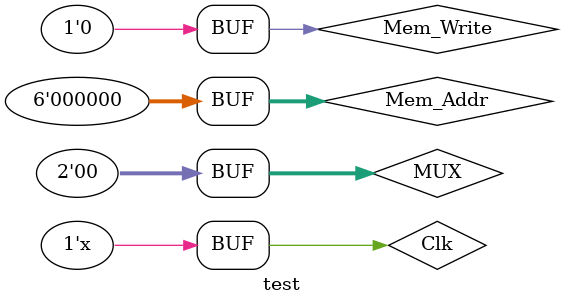
<source format=v>
`timescale 1ns / 1ps


module test;

	// Inputs
	reg [7:2] Mem_Addr;
	reg [1:0] MUX;
	reg Mem_Write;
	reg Clk;

	// Outputs
	wire [7:0] LED;

	// Instantiate the Unit Under Test (UUT)
	RAM uut (
		.Mem_Addr(Mem_Addr), 
		.MUX(MUX), 
		.Mem_Write(Mem_Write), 
		.Clk(Clk), 
		.LED(LED)
	);
	always #20 Clk=~Clk;
	initial begin
		// Initialize Inputs
		Mem_Addr = 0;
		MUX = 0;
		Mem_Write = 1;
		Clk = 0;
		
		// Wait 100 ns for global reset to finish
		#100;
		Mem_Addr = 6'b000000;
		MUX = 0;
		Mem_Write = 0;
        
		// Add stimulus here

	end
      
endmodule


</source>
